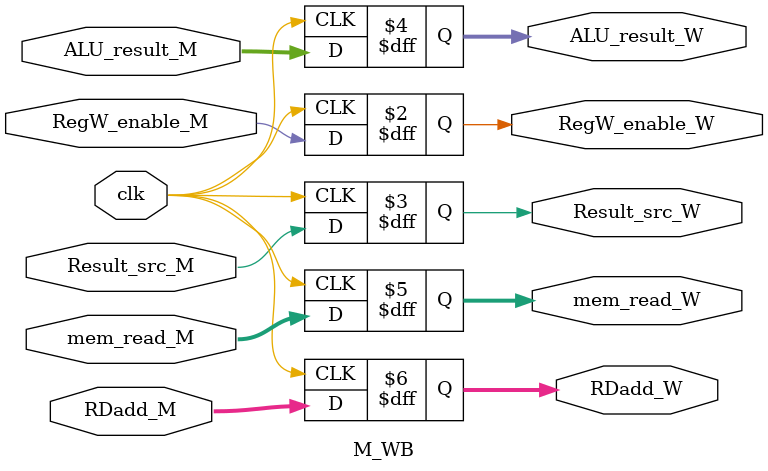
<source format=v>
module M_WB(
	input			clk,
	input			RegW_enable_M,
	input			Result_src_M,
	input		[31:0]	ALU_result_M,
	input		[31:0]	mem_read_M,
	input		[4:0]	RDadd_M,
	output	reg		RegW_enable_W,
	output	reg		Result_src_W,
	output	reg	[31:0]	ALU_result_W,
	output	reg	[31:0]	mem_read_W,
	output	reg	[4:0]	RDadd_W
);

always @(posedge clk) begin
	RegW_enable_W	<= RegW_enable_M;
	Result_src_W	<= Result_src_M;
	ALU_result_W	<= ALU_result_M;
	mem_read_W	<= mem_read_M;
	RDadd_W		<= RDadd_M;
end

endmodule
	

</source>
